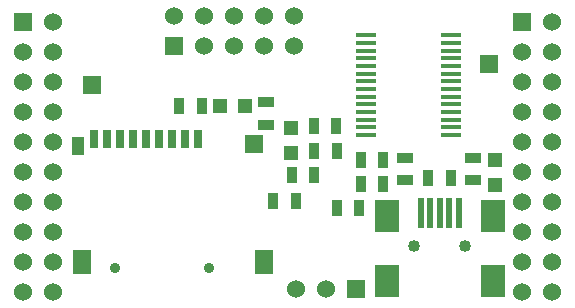
<source format=gts>
G04 (created by PCBNEW (2013-07-07 BZR 4022)-stable) date 24/01/2014 09:21:15*
%MOIN*%
G04 Gerber Fmt 3.4, Leading zero omitted, Abs format*
%FSLAX34Y34*%
G01*
G70*
G90*
G04 APERTURE LIST*
%ADD10C,0.00590551*%
%ADD11R,0.035X0.055*%
%ADD12R,0.055X0.035*%
%ADD13R,0.0472X0.0472*%
%ADD14R,0.065X0.016*%
%ADD15R,0.06X0.06*%
%ADD16C,0.06*%
%ADD17R,0.02X0.1*%
%ADD18R,0.0787402X0.11*%
%ADD19C,0.04*%
%ADD20R,0.03X0.06*%
%ADD21R,0.04X0.06*%
%ADD22R,0.06X0.08*%
%ADD23C,0.035*%
G04 APERTURE END LIST*
G54D10*
G54D11*
X81275Y-66400D03*
X82025Y-66400D03*
G54D12*
X82750Y-66275D03*
X82750Y-65525D03*
G54D11*
X83525Y-66200D03*
X84275Y-66200D03*
X80475Y-65300D03*
X79725Y-65300D03*
X79700Y-64475D03*
X80450Y-64475D03*
X81275Y-65600D03*
X82025Y-65600D03*
G54D13*
X85750Y-65587D03*
X85750Y-66413D03*
X78950Y-65363D03*
X78950Y-64537D03*
G54D11*
X81225Y-67200D03*
X80475Y-67200D03*
G54D12*
X85000Y-66275D03*
X85000Y-65525D03*
G54D11*
X78975Y-66100D03*
X79725Y-66100D03*
G54D14*
X81433Y-62972D03*
X81433Y-63228D03*
X81433Y-63484D03*
X81433Y-63740D03*
X84267Y-62204D03*
X81433Y-62204D03*
X81433Y-62460D03*
X81433Y-62716D03*
X84267Y-63996D03*
X84267Y-63740D03*
X84267Y-63484D03*
X84267Y-63228D03*
X84267Y-62972D03*
X84267Y-62716D03*
X81433Y-63996D03*
X84267Y-62460D03*
X84267Y-61948D03*
X84267Y-61693D03*
X84267Y-61437D03*
X81433Y-61437D03*
X81433Y-61693D03*
X81433Y-61948D03*
X81433Y-64252D03*
X81433Y-64507D03*
X81433Y-64763D03*
X84267Y-64763D03*
X84267Y-64507D03*
X84267Y-64252D03*
G54D13*
X76587Y-63800D03*
X77413Y-63800D03*
G54D11*
X75225Y-63800D03*
X75975Y-63800D03*
G54D15*
X81100Y-69900D03*
G54D16*
X80100Y-69900D03*
X79100Y-69900D03*
G54D15*
X70000Y-60984D03*
G54D16*
X71000Y-60984D03*
X70000Y-61984D03*
X71000Y-61984D03*
X70000Y-62984D03*
X71000Y-62984D03*
X70000Y-63984D03*
X71000Y-63984D03*
X70000Y-64984D03*
X71000Y-64984D03*
X70000Y-65984D03*
X71000Y-65984D03*
X70000Y-66984D03*
X71000Y-66984D03*
X70000Y-67984D03*
X71000Y-67984D03*
X70000Y-68984D03*
X71000Y-68984D03*
X70000Y-69984D03*
X71000Y-69984D03*
G54D15*
X86650Y-60984D03*
G54D16*
X87650Y-60984D03*
X86650Y-61984D03*
X87650Y-61984D03*
X86650Y-62984D03*
X87650Y-62984D03*
X86650Y-63984D03*
X87650Y-63984D03*
X86650Y-64984D03*
X87650Y-64984D03*
X86650Y-65984D03*
X87650Y-65984D03*
X86650Y-66984D03*
X87650Y-66984D03*
X86650Y-67984D03*
X87650Y-67984D03*
X86650Y-68984D03*
X87650Y-68984D03*
X86650Y-69984D03*
X87650Y-69984D03*
G54D15*
X85550Y-62400D03*
X75050Y-61800D03*
G54D16*
X75050Y-60800D03*
X76050Y-61800D03*
X76050Y-60800D03*
X77050Y-61800D03*
X77050Y-60800D03*
X78050Y-61800D03*
X78050Y-60800D03*
X79050Y-61800D03*
X79050Y-60800D03*
G54D15*
X72300Y-63100D03*
G54D11*
X79100Y-66975D03*
X78350Y-66975D03*
G54D12*
X78125Y-64425D03*
X78125Y-63675D03*
G54D17*
X83270Y-67350D03*
X83585Y-67350D03*
X83900Y-67350D03*
X84214Y-67350D03*
X84529Y-67350D03*
G54D18*
X82128Y-69631D03*
X85671Y-69631D03*
X82128Y-67465D03*
X85671Y-67465D03*
G54D19*
X83050Y-68450D03*
X84750Y-68450D03*
G54D20*
X75832Y-64900D03*
X75399Y-64900D03*
X74966Y-64900D03*
X74533Y-64900D03*
X74100Y-64900D03*
X73666Y-64900D03*
X73233Y-64900D03*
X72800Y-64900D03*
X72367Y-64900D03*
G54D21*
X71837Y-65136D03*
G54D22*
X71974Y-68983D03*
X78037Y-68983D03*
G54D15*
X77714Y-65054D03*
G54D23*
X73076Y-69191D03*
X76225Y-69191D03*
M02*

</source>
